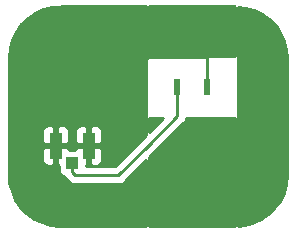
<source format=gbr>
G04 #@! TF.GenerationSoftware,KiCad,Pcbnew,(5.0.2)-1*
G04 #@! TF.CreationDate,2019-05-10T15:51:17-04:00*
G04 #@! TF.ProjectId,antenna,616e7465-6e6e-4612-9e6b-696361645f70,rev?*
G04 #@! TF.SameCoordinates,Original*
G04 #@! TF.FileFunction,Copper,L1,Top*
G04 #@! TF.FilePolarity,Positive*
%FSLAX46Y46*%
G04 Gerber Fmt 4.6, Leading zero omitted, Abs format (unit mm)*
G04 Created by KiCad (PCBNEW (5.0.2)-1) date 5/10/2019 3:51:17 PM*
%MOMM*%
%LPD*%
G01*
G04 APERTURE LIST*
G04 #@! TA.AperFunction,SMDPad,CuDef*
%ADD10R,0.620000X1.360000*%
G04 #@! TD*
G04 #@! TA.AperFunction,SMDPad,CuDef*
%ADD11R,1.000000X2.200000*%
G04 #@! TD*
G04 #@! TA.AperFunction,SMDPad,CuDef*
%ADD12R,1.000000X1.000000*%
G04 #@! TD*
G04 #@! TA.AperFunction,ViaPad*
%ADD13C,0.800000*%
G04 #@! TD*
G04 #@! TA.AperFunction,Conductor*
%ADD14C,0.250000*%
G04 #@! TD*
G04 #@! TA.AperFunction,Conductor*
%ADD15C,0.254000*%
G04 #@! TD*
G04 APERTURE END LIST*
D10*
G04 #@! TO.P,AE1,1*
G04 #@! TO.N,Net-(AE1-Pad1)*
X130000000Y-97500000D03*
G04 #@! TO.P,AE1,2*
G04 #@! TO.N,GND*
X132480000Y-97500000D03*
G04 #@! TD*
D11*
G04 #@! TO.P,J1,1*
G04 #@! TO.N,GND*
X119700000Y-102500000D03*
X122500000Y-102500000D03*
D12*
G04 #@! TO.P,J1,2*
G04 #@! TO.N,Net-(AE1-Pad1)*
X121100000Y-104000000D03*
G04 #@! TD*
D13*
G04 #@! TO.N,GND*
X120000000Y-95000000D03*
X125000000Y-95000000D03*
X132500000Y-107500000D03*
X132500000Y-102500000D03*
X137500000Y-102500000D03*
X125000000Y-100000000D03*
G04 #@! TD*
D14*
G04 #@! TO.N,Net-(AE1-Pad1)*
X130000000Y-97500000D02*
X130000000Y-100000000D01*
X130000000Y-100000000D02*
X127500000Y-102500000D01*
X127500000Y-102500000D02*
X125000000Y-105000000D01*
X121100000Y-104750000D02*
X121350000Y-105000000D01*
X121100000Y-104000000D02*
X121100000Y-104750000D01*
X121350000Y-105000000D02*
X125000000Y-105000000D01*
G04 #@! TO.N,GND*
X119700000Y-102500000D02*
X122500000Y-102500000D01*
X132480000Y-95020000D02*
X132480000Y-97500000D01*
X132460000Y-95000000D02*
X132480000Y-95020000D01*
X127500000Y-95000000D02*
X132460000Y-95000000D01*
X122500000Y-102500000D02*
X122500000Y-100000000D01*
X122500000Y-100000000D02*
X127500000Y-95000000D01*
G04 #@! TD*
D15*
G04 #@! TO.N,GND*
G36*
X127373000Y-101552199D02*
X127015530Y-101909669D01*
X127015527Y-101909671D01*
X124685199Y-104240000D01*
X122247440Y-104240000D01*
X122247440Y-104201810D01*
X122373000Y-104076250D01*
X122373000Y-102627000D01*
X122627000Y-102627000D01*
X122627000Y-104076250D01*
X122785750Y-104235000D01*
X123126309Y-104235000D01*
X123359698Y-104138327D01*
X123538327Y-103959699D01*
X123635000Y-103726310D01*
X123635000Y-102785750D01*
X123476250Y-102627000D01*
X122627000Y-102627000D01*
X122373000Y-102627000D01*
X121523750Y-102627000D01*
X121365000Y-102785750D01*
X121365000Y-102852560D01*
X120835000Y-102852560D01*
X120835000Y-102785750D01*
X120676250Y-102627000D01*
X119827000Y-102627000D01*
X119827000Y-104076250D01*
X119952560Y-104201810D01*
X119952560Y-104500000D01*
X120001843Y-104747765D01*
X120142191Y-104957809D01*
X120352235Y-105098157D01*
X120428759Y-105113378D01*
X120475223Y-105182916D01*
X120552072Y-105297929D01*
X120615527Y-105340328D01*
X120759670Y-105484472D01*
X120802071Y-105547929D01*
X121053463Y-105715904D01*
X121275148Y-105760000D01*
X121275152Y-105760000D01*
X121349999Y-105774888D01*
X121424846Y-105760000D01*
X124925153Y-105760000D01*
X125000000Y-105774888D01*
X125074847Y-105760000D01*
X125074852Y-105760000D01*
X125296537Y-105715904D01*
X125547929Y-105547929D01*
X125590331Y-105484470D01*
X127373000Y-103701802D01*
X127373000Y-109290000D01*
X120181273Y-109290000D01*
X120149049Y-109280271D01*
X120065337Y-109267910D01*
X119245252Y-109194719D01*
X118514357Y-108994769D01*
X117830425Y-108668550D01*
X117215072Y-108226374D01*
X116687741Y-107682211D01*
X116265114Y-107053274D01*
X115960536Y-106359429D01*
X115782286Y-105616961D01*
X115733026Y-104946170D01*
X115711909Y-104817214D01*
X115710000Y-104811823D01*
X115710000Y-102785750D01*
X118565000Y-102785750D01*
X118565000Y-103726310D01*
X118661673Y-103959699D01*
X118840302Y-104138327D01*
X119073691Y-104235000D01*
X119414250Y-104235000D01*
X119573000Y-104076250D01*
X119573000Y-102627000D01*
X118723750Y-102627000D01*
X118565000Y-102785750D01*
X115710000Y-102785750D01*
X115710000Y-101273690D01*
X118565000Y-101273690D01*
X118565000Y-102214250D01*
X118723750Y-102373000D01*
X119573000Y-102373000D01*
X119573000Y-100923750D01*
X119827000Y-100923750D01*
X119827000Y-102373000D01*
X120676250Y-102373000D01*
X120835000Y-102214250D01*
X120835000Y-101273690D01*
X121365000Y-101273690D01*
X121365000Y-102214250D01*
X121523750Y-102373000D01*
X122373000Y-102373000D01*
X122373000Y-100923750D01*
X122627000Y-100923750D01*
X122627000Y-102373000D01*
X123476250Y-102373000D01*
X123635000Y-102214250D01*
X123635000Y-101273690D01*
X123538327Y-101040301D01*
X123359698Y-100861673D01*
X123126309Y-100765000D01*
X122785750Y-100765000D01*
X122627000Y-100923750D01*
X122373000Y-100923750D01*
X122214250Y-100765000D01*
X121873691Y-100765000D01*
X121640302Y-100861673D01*
X121461673Y-101040301D01*
X121365000Y-101273690D01*
X120835000Y-101273690D01*
X120738327Y-101040301D01*
X120559698Y-100861673D01*
X120326309Y-100765000D01*
X119985750Y-100765000D01*
X119827000Y-100923750D01*
X119573000Y-100923750D01*
X119414250Y-100765000D01*
X119073691Y-100765000D01*
X118840302Y-100861673D01*
X118661673Y-101040301D01*
X118565000Y-101273690D01*
X115710000Y-101273690D01*
X115710000Y-95181273D01*
X115719729Y-95149049D01*
X115732090Y-95065337D01*
X115805281Y-94245253D01*
X116005231Y-93514357D01*
X116331450Y-92830425D01*
X116773626Y-92215072D01*
X117317789Y-91687741D01*
X117946726Y-91265114D01*
X118640570Y-90960537D01*
X119383039Y-90782285D01*
X120053830Y-90733026D01*
X120182787Y-90711909D01*
X120188178Y-90710000D01*
X127373000Y-90710000D01*
X127373000Y-101552199D01*
X127373000Y-101552199D01*
G37*
X127373000Y-101552199D02*
X127015530Y-101909669D01*
X127015527Y-101909671D01*
X124685199Y-104240000D01*
X122247440Y-104240000D01*
X122247440Y-104201810D01*
X122373000Y-104076250D01*
X122373000Y-102627000D01*
X122627000Y-102627000D01*
X122627000Y-104076250D01*
X122785750Y-104235000D01*
X123126309Y-104235000D01*
X123359698Y-104138327D01*
X123538327Y-103959699D01*
X123635000Y-103726310D01*
X123635000Y-102785750D01*
X123476250Y-102627000D01*
X122627000Y-102627000D01*
X122373000Y-102627000D01*
X121523750Y-102627000D01*
X121365000Y-102785750D01*
X121365000Y-102852560D01*
X120835000Y-102852560D01*
X120835000Y-102785750D01*
X120676250Y-102627000D01*
X119827000Y-102627000D01*
X119827000Y-104076250D01*
X119952560Y-104201810D01*
X119952560Y-104500000D01*
X120001843Y-104747765D01*
X120142191Y-104957809D01*
X120352235Y-105098157D01*
X120428759Y-105113378D01*
X120475223Y-105182916D01*
X120552072Y-105297929D01*
X120615527Y-105340328D01*
X120759670Y-105484472D01*
X120802071Y-105547929D01*
X121053463Y-105715904D01*
X121275148Y-105760000D01*
X121275152Y-105760000D01*
X121349999Y-105774888D01*
X121424846Y-105760000D01*
X124925153Y-105760000D01*
X125000000Y-105774888D01*
X125074847Y-105760000D01*
X125074852Y-105760000D01*
X125296537Y-105715904D01*
X125547929Y-105547929D01*
X125590331Y-105484470D01*
X127373000Y-103701802D01*
X127373000Y-109290000D01*
X120181273Y-109290000D01*
X120149049Y-109280271D01*
X120065337Y-109267910D01*
X119245252Y-109194719D01*
X118514357Y-108994769D01*
X117830425Y-108668550D01*
X117215072Y-108226374D01*
X116687741Y-107682211D01*
X116265114Y-107053274D01*
X115960536Y-106359429D01*
X115782286Y-105616961D01*
X115733026Y-104946170D01*
X115711909Y-104817214D01*
X115710000Y-104811823D01*
X115710000Y-102785750D01*
X118565000Y-102785750D01*
X118565000Y-103726310D01*
X118661673Y-103959699D01*
X118840302Y-104138327D01*
X119073691Y-104235000D01*
X119414250Y-104235000D01*
X119573000Y-104076250D01*
X119573000Y-102627000D01*
X118723750Y-102627000D01*
X118565000Y-102785750D01*
X115710000Y-102785750D01*
X115710000Y-101273690D01*
X118565000Y-101273690D01*
X118565000Y-102214250D01*
X118723750Y-102373000D01*
X119573000Y-102373000D01*
X119573000Y-100923750D01*
X119827000Y-100923750D01*
X119827000Y-102373000D01*
X120676250Y-102373000D01*
X120835000Y-102214250D01*
X120835000Y-101273690D01*
X121365000Y-101273690D01*
X121365000Y-102214250D01*
X121523750Y-102373000D01*
X122373000Y-102373000D01*
X122373000Y-100923750D01*
X122627000Y-100923750D01*
X122627000Y-102373000D01*
X123476250Y-102373000D01*
X123635000Y-102214250D01*
X123635000Y-101273690D01*
X123538327Y-101040301D01*
X123359698Y-100861673D01*
X123126309Y-100765000D01*
X122785750Y-100765000D01*
X122627000Y-100923750D01*
X122373000Y-100923750D01*
X122214250Y-100765000D01*
X121873691Y-100765000D01*
X121640302Y-100861673D01*
X121461673Y-101040301D01*
X121365000Y-101273690D01*
X120835000Y-101273690D01*
X120738327Y-101040301D01*
X120559698Y-100861673D01*
X120326309Y-100765000D01*
X119985750Y-100765000D01*
X119827000Y-100923750D01*
X119573000Y-100923750D01*
X119414250Y-100765000D01*
X119073691Y-100765000D01*
X118840302Y-100861673D01*
X118661673Y-101040301D01*
X118565000Y-101273690D01*
X115710000Y-101273690D01*
X115710000Y-95181273D01*
X115719729Y-95149049D01*
X115732090Y-95065337D01*
X115805281Y-94245253D01*
X116005231Y-93514357D01*
X116331450Y-92830425D01*
X116773626Y-92215072D01*
X117317789Y-91687741D01*
X117946726Y-91265114D01*
X118640570Y-90960537D01*
X119383039Y-90782285D01*
X120053830Y-90733026D01*
X120182787Y-90711909D01*
X120188178Y-90710000D01*
X127373000Y-90710000D01*
X127373000Y-101552199D01*
G36*
X134850951Y-90719729D02*
X134873000Y-90722985D01*
X134873000Y-94873000D01*
X127627000Y-94873000D01*
X127627000Y-90710000D01*
X134818727Y-90710000D01*
X134850951Y-90719729D01*
X134850951Y-90719729D01*
G37*
X134850951Y-90719729D02*
X134873000Y-90722985D01*
X134873000Y-94873000D01*
X127627000Y-94873000D01*
X127627000Y-90710000D01*
X134818727Y-90710000D01*
X134850951Y-90719729D01*
G36*
X134873000Y-109278956D02*
X134817214Y-109288091D01*
X134811823Y-109290000D01*
X127627000Y-109290000D01*
X127627000Y-103447802D01*
X128090329Y-102984473D01*
X128090331Y-102984470D01*
X130484473Y-100590329D01*
X130547929Y-100547929D01*
X130715904Y-100296537D01*
X130749627Y-100127000D01*
X134873000Y-100127000D01*
X134873000Y-109278956D01*
X134873000Y-109278956D01*
G37*
X134873000Y-109278956D02*
X134817214Y-109288091D01*
X134811823Y-109290000D01*
X127627000Y-109290000D01*
X127627000Y-103447802D01*
X128090329Y-102984473D01*
X128090331Y-102984470D01*
X130484473Y-100590329D01*
X130547929Y-100547929D01*
X130715904Y-100296537D01*
X130749627Y-100127000D01*
X134873000Y-100127000D01*
X134873000Y-109278956D01*
G36*
X127627000Y-101298199D02*
X127627000Y-100127000D01*
X128798198Y-100127000D01*
X127627000Y-101298199D01*
X127627000Y-101298199D01*
G37*
X127627000Y-101298199D02*
X127627000Y-100127000D01*
X128798198Y-100127000D01*
X127627000Y-101298199D01*
G36*
X135754747Y-90805281D02*
X136485643Y-91005231D01*
X137169575Y-91331450D01*
X137784928Y-91773626D01*
X138312259Y-92317789D01*
X138734886Y-92946726D01*
X139039463Y-93640570D01*
X139217715Y-94383039D01*
X139266974Y-95053830D01*
X139288091Y-95182787D01*
X139290000Y-95188178D01*
X139290001Y-104818724D01*
X139280271Y-104850951D01*
X139267910Y-104934663D01*
X139194719Y-105754748D01*
X138994769Y-106485643D01*
X138668550Y-107169575D01*
X138226374Y-107784928D01*
X137682211Y-108312259D01*
X137053274Y-108734886D01*
X136359429Y-109039464D01*
X135616961Y-109217714D01*
X135127000Y-109253695D01*
X135127000Y-90749256D01*
X135754747Y-90805281D01*
X135754747Y-90805281D01*
G37*
X135754747Y-90805281D02*
X136485643Y-91005231D01*
X137169575Y-91331450D01*
X137784928Y-91773626D01*
X138312259Y-92317789D01*
X138734886Y-92946726D01*
X139039463Y-93640570D01*
X139217715Y-94383039D01*
X139266974Y-95053830D01*
X139288091Y-95182787D01*
X139290000Y-95188178D01*
X139290001Y-104818724D01*
X139280271Y-104850951D01*
X139267910Y-104934663D01*
X139194719Y-105754748D01*
X138994769Y-106485643D01*
X138668550Y-107169575D01*
X138226374Y-107784928D01*
X137682211Y-108312259D01*
X137053274Y-108734886D01*
X136359429Y-109039464D01*
X135616961Y-109217714D01*
X135127000Y-109253695D01*
X135127000Y-90749256D01*
X135754747Y-90805281D01*
G04 #@! TD*
M02*

</source>
